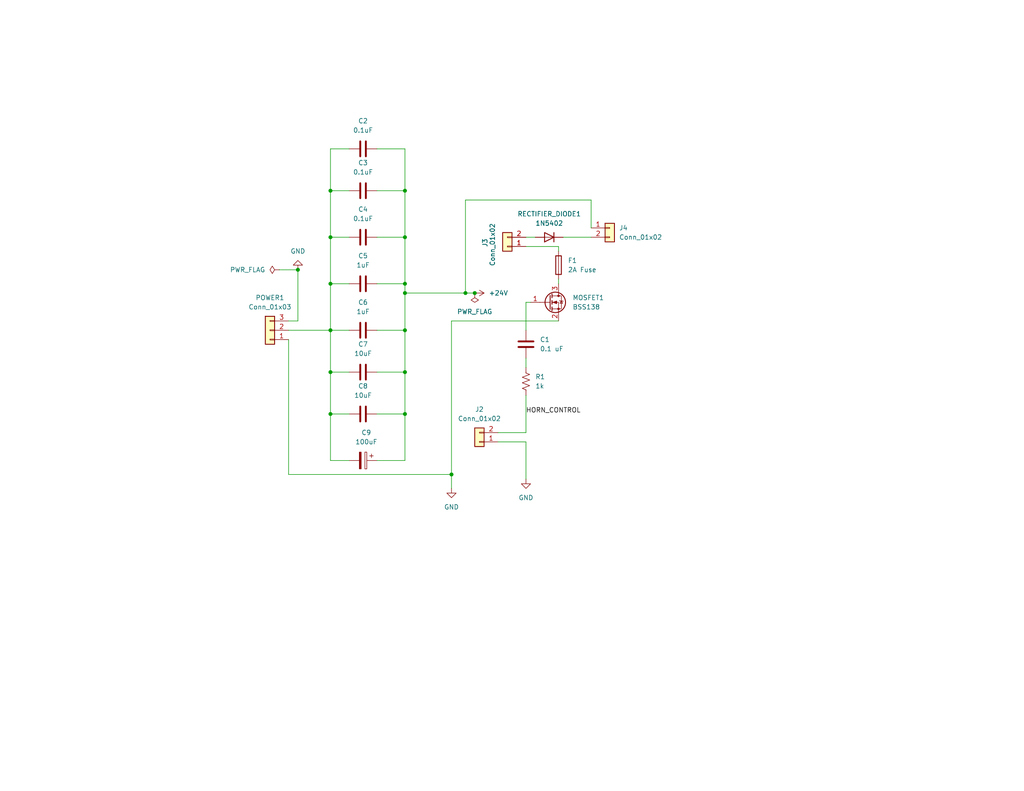
<source format=kicad_sch>
(kicad_sch (version 20231120) (generator "eeschema") (generator_version "8.0")
  (paper "USLetter")
  (title_block (title "Horns Board") (date "2024-09-13") (rev "0.0") (company "Illini Solar Car") (comment 1 "Designed By: Ben Zhao"))
  (lib_symbols
    (symbol "Conn_01x02_1" (pin_names (offset 1.016) hide)
      (property "Reference" "J" (at 0 2.54 0))
      (property "Value" "Conn_01x02" (at 0 -5.08 0))
      (symbol "Conn_01x02_1_1_1"
        (rectangle (start -1.27 -2.413) (end 0 -2.667) (stroke (width 0.1524)))
        (rectangle (start -1.27 0.127) (end 0 -0.127) (stroke (width 0.1524)))
        (rectangle (start -1.27 1.27) (end 1.27 -3.81) (stroke (width 0.254)) (fill (type background)))
        (pin passive line (at -5.08 0 0) (length 3.81) (name "Pin_1") (number "1"))
        (pin passive line (at -5.08 -2.54 0) (length 3.81) (name "Pin_2") (number "2"))
      )
    )
    (symbol "Connector_Generic:Conn_01x02" (pin_names (offset 1.016) hide)
      (property "Reference" "J" (at 0 2.54 0))
      (property "Value" "Conn_01x02" (at 0 -5.08 0))
      (symbol "Conn_01x02_1_1"
        (rectangle (start -1.27 -2.413) (end 0 -2.667) (stroke (width 0.1524)))
        (rectangle (start -1.27 0.127) (end 0 -0.127) (stroke (width 0.1524)))
        (rectangle (start -1.27 1.27) (end 1.27 -3.81) (stroke (width 0.254)) (fill (type background)))
        (pin passive line (at -5.08 0 0) (length 3.81) (name "Pin_1") (number "1"))
        (pin passive line (at -5.08 -2.54 0) (length 3.81) (name "Pin_2") (number "2"))
      )
    )
    (symbol "Connector_Generic:Conn_01x03" (pin_names (offset 1.016) hide)
      (property "Reference" "J" (at 0 5.08 0))
      (property "Value" "Conn_01x03" (at 0 -5.08 0))
      (symbol "Conn_01x03_1_1"
        (rectangle (start -1.27 -2.413) (end 0 -2.667) (stroke (width 0.1524)))
        (rectangle (start -1.27 0.127) (end 0 -0.127) (stroke (width 0.1524)))
        (rectangle (start -1.27 2.667) (end 0 2.413) (stroke (width 0.1524)))
        (rectangle (start -1.27 3.81) (end 1.27 -3.81) (stroke (width 0.254)) (fill (type background)))
        (pin passive line (at -5.08 2.54 0) (length 3.81) (name "Pin_1") (number "1"))
        (pin passive line (at -5.08 0 0) (length 3.81) (name "Pin_2") (number "2"))
        (pin passive line (at -5.08 -2.54 0) (length 3.81) (name "Pin_3") (number "3"))
      )
    )
    (symbol "Device:C" (pin_numbers hide) (pin_names (offset 0.254))
      (property "Reference" "C" (at 0.635 2.54 0))
      (property "Value" "C" (at 0.635 -2.54 0))
      (symbol "C_0_1"
        (polyline (pts (xy -2.032 -0.762) (xy 2.032 -0.762)) (stroke (width 0.508)))
        (polyline (pts (xy -2.032 0.762) (xy 2.032 0.762)) (stroke (width 0.508)))
      )
      (symbol "C_1_1"
        (pin passive line (at 0 3.81 270) (length 2.794) (name "~") (number "1"))
        (pin passive line (at 0 -3.81 90) (length 2.794) (name "~") (number "2"))
      )
    )
    (symbol "Device:C_Polarized" (pin_numbers hide) (pin_names (offset 0.254))
      (property "Reference" "C" (at 0.635 2.54 0))
      (property "Value" "C_Polarized" (at 0.635 -2.54 0))
      (symbol "C_Polarized_0_1"
        (rectangle (start -2.286 0.508) (end 2.286 1.016))
        (polyline (pts (xy -1.778 2.286) (xy -0.762 2.286)))
        (polyline (pts (xy -1.27 2.794) (xy -1.27 1.778)))
        (rectangle (start 2.286 -0.508) (end -2.286 -1.016) (fill (type outline)))
      )
      (symbol "C_Polarized_1_1"
        (pin passive line (at 0 3.81 270) (length 2.794) (name "~") (number "1"))
        (pin passive line (at 0 -3.81 90) (length 2.794) (name "~") (number "2"))
      )
    )
    (symbol "Device:Fuse" (pin_numbers hide) (pin_names (offset 0))
      (property "Reference" "F" (at 2.032 0 90))
      (property "Value" "Fuse" (at -1.905 0 90))
      (symbol "Fuse_0_1"
        (rectangle (start -0.762 -2.54) (end 0.762 2.54) (stroke (width 0.254)))
        (polyline (pts (xy 0 2.54) (xy 0 -2.54)))
      )
      (symbol "Fuse_1_1"
        (pin passive line (at 0 3.81 270) (length 1.27) (name "~") (number "1"))
        (pin passive line (at 0 -3.81 90) (length 1.27) (name "~") (number "2"))
      )
    )
    (symbol "Device:R_US" (pin_numbers hide) (pin_names (offset 0))
      (property "Reference" "R" (at 2.54 0 90))
      (property "Value" "R_US" (at -2.54 0 90))
      (symbol "R_US_0_1"
        (polyline (pts (xy 0 -2.286) (xy 0 -2.54)))
        (polyline (pts (xy 0 2.286) (xy 0 2.54)))
        (polyline (pts (xy 0 -0.762) (xy 1.016 -1.143) (xy 0 -1.524) (xy -1.016 -1.905) (xy 0 -2.286)))
        (polyline (pts (xy 0 0.762) (xy 1.016 0.381) (xy 0 0) (xy -1.016 -0.381) (xy 0 -0.762)))
        (polyline (pts (xy 0 2.286) (xy 1.016 1.905) (xy 0 1.524) (xy -1.016 1.143) (xy 0 0.762)))
      )
      (symbol "R_US_1_1"
        (pin passive line (at 0 3.81 270) (length 1.27) (name "~") (number "1"))
        (pin passive line (at 0 -3.81 90) (length 1.27) (name "~") (number "2"))
      )
    )
    (symbol "Diode:1N5402" (pin_numbers hide) (pin_names (offset 1.016) hide)
      (property "Reference" "D" (at 0 2.54 0))
      (property "Value" "1N5402" (at 0 -2.54 0))
      (symbol "1N5402_0_1"
        (polyline (pts (xy -1.27 1.27) (xy -1.27 -1.27)) (stroke (width 0.254)))
        (polyline (pts (xy 1.27 0) (xy -1.27 0)))
        (polyline (pts (xy 1.27 1.27) (xy 1.27 -1.27) (xy -1.27 0) (xy 1.27 1.27)) (stroke (width 0.254)))
      )
      (symbol "1N5402_1_1"
        (pin passive line (at -3.81 0 0) (length 2.54) (name "K") (number "1"))
        (pin passive line (at 3.81 0 180) (length 2.54) (name "A") (number "2"))
      )
    )
    (symbol "Transistor_FET:BSS138" (pin_names hide)
      (property "Reference" "Q" (at 5.08 1.905 0))
      (property "Value" "BSS138" (at 5.08 0 0))
      (symbol "BSS138_0_1"
        (polyline (pts (xy 0.254 0) (xy -2.54 0)))
        (polyline (pts (xy 0.254 1.905) (xy 0.254 -1.905)) (stroke (width 0.254)))
        (polyline (pts (xy 0.762 -1.27) (xy 0.762 -2.286)) (stroke (width 0.254)))
        (polyline (pts (xy 0.762 0.508) (xy 0.762 -0.508)) (stroke (width 0.254)))
        (polyline (pts (xy 0.762 2.286) (xy 0.762 1.27)) (stroke (width 0.254)))
        (polyline (pts (xy 2.54 2.54) (xy 2.54 1.778)))
        (polyline (pts (xy 2.54 -2.54) (xy 2.54 0) (xy 0.762 0)))
        (polyline (pts (xy 0.762 -1.778) (xy 3.302 -1.778) (xy 3.302 1.778) (xy 0.762 1.778)))
        (polyline (pts (xy 1.016 0) (xy 2.032 0.381) (xy 2.032 -0.381) (xy 1.016 0)) (fill (type outline)))
        (polyline (pts (xy 2.794 0.508) (xy 2.921 0.381) (xy 3.683 0.381) (xy 3.81 0.254)))
        (polyline (pts (xy 3.302 0.381) (xy 2.921 -0.254) (xy 3.683 -0.254) (xy 3.302 0.381)))
        (circle (center 1.651 0) (radius 2.794) (stroke (width 0.254)))
        (circle (center 2.54 -1.778) (radius 0.254) (fill (type outline)))
        (circle (center 2.54 1.778) (radius 0.254) (fill (type outline)))
      )
      (symbol "BSS138_1_1"
        (pin input line (at -5.08 0 0) (length 2.54) (name "G") (number "1"))
        (pin passive line (at 2.54 -5.08 90) (length 2.54) (name "S") (number "2"))
        (pin passive line (at 2.54 5.08 270) (length 2.54) (name "D") (number "3"))
      )
    )
    (symbol "power:+24V" (power) (pin_names (offset 0))
      (property "Value" "+24V" (at 0 3.556 0))
      (symbol "+24V_0_1"
        (polyline (pts (xy -0.762 1.27) (xy 0 2.54)))
        (polyline (pts (xy 0 0) (xy 0 2.54)))
        (polyline (pts (xy 0 2.54) (xy 0.762 1.27)))
      )
      (symbol "+24V_1_1"
        (pin power_in line (at 0 0 90) (length 0) hide (name "+24V") (number "1"))
      )
    )
    (symbol "power:GND" (power) (pin_names (offset 0))
      (property "Value" "GND" (at 0 -3.81 0))
      (symbol "GND_0_1"
        (polyline (pts (xy 0 0) (xy 0 -1.27) (xy 1.27 -1.27) (xy 0 -2.54) (xy -1.27 -1.27) (xy 0 -1.27)))
      )
      (symbol "GND_1_1"
        (pin power_in line (at 0 0 270) (length 0) hide (name "GND") (number "1"))
      )
    )
    (symbol "power:PWR_FLAG" (power) (pin_numbers hide) (pin_names (offset 0) hide)
      (property "Value" "PWR_FLAG" (at 0 3.81 0))
      (symbol "PWR_FLAG_0_0"
        (pin power_out line (at 0 0 90) (length 0) (name "pwr") (number "1"))
      )
      (symbol "PWR_FLAG_0_1"
        (polyline (pts (xy 0 0) (xy 0 1.27) (xy -1.016 1.905) (xy 0 2.54) (xy 1.016 1.905) (xy 0 1.27)))
      )
    )
  )
  (junction (at 90.17 101.6))
  (junction (at 110.49 52.07))
  (junction (at 90.17 113.03))
  (junction (at 90.17 64.77))
  (junction (at 127 80.01))
  (junction (at 129.54 80.01))
  (junction (at 90.17 90.17))
  (junction (at 110.49 101.6))
  (junction (at 110.49 64.77))
  (junction (at 81.28 73.66))
  (junction (at 110.49 90.17))
  (junction (at 90.17 52.07))
  (junction (at 110.49 80.01))
  (junction (at 110.49 77.47))
  (junction (at 123.19 129.54))
  (junction (at 110.49 113.03))
  (junction (at 90.17 77.47))
  (wire (pts (xy 78.74 90.17) (xy 90.17 90.17)))
  (wire (pts (xy 127 80.01) (xy 129.54 80.01)))
  (wire (pts (xy 152.4 68.58) (xy 152.4 67.31)))
  (wire (pts (xy 95.25 125.73) (xy 90.17 125.73)))
  (wire (pts (xy 110.49 113.03) (xy 110.49 125.73)))
  (wire (pts (xy 78.74 87.63) (xy 81.28 87.63)))
  (wire (pts (xy 90.17 52.07) (xy 90.17 64.77)))
  (wire (pts (xy 76.2 73.66) (xy 81.28 73.66)))
  (wire (pts (xy 143.51 64.77) (xy 146.05 64.77)))
  (wire (pts (xy 144.78 82.55) (xy 143.51 82.55)))
  (wire (pts (xy 143.51 120.65) (xy 143.51 130.81)))
  (wire (pts (xy 90.17 101.6) (xy 90.17 113.03)))
  (wire (pts (xy 110.49 80.01) (xy 110.49 90.17)))
  (wire (pts (xy 127 54.61) (xy 161.29 54.61)))
  (wire (pts (xy 110.49 52.07) (xy 110.49 64.77)))
  (wire (pts (xy 152.4 77.47) (xy 152.4 76.2)))
  (wire (pts (xy 161.29 54.61) (xy 161.29 62.23)))
  (wire (pts (xy 102.87 113.03) (xy 110.49 113.03)))
  (wire (pts (xy 78.74 129.54) (xy 123.19 129.54)))
  (wire (pts (xy 127 80.01) (xy 110.49 80.01)))
  (wire (pts (xy 110.49 77.47) (xy 110.49 80.01)))
  (wire (pts (xy 90.17 90.17) (xy 90.17 101.6)))
  (wire (pts (xy 90.17 113.03) (xy 95.25 113.03)))
  (wire (pts (xy 102.87 125.73) (xy 110.49 125.73)))
  (wire (pts (xy 90.17 101.6) (xy 95.25 101.6)))
  (wire (pts (xy 123.19 129.54) (xy 123.19 133.35)))
  (wire (pts (xy 135.89 118.11) (xy 143.51 118.11)))
  (wire (pts (xy 110.49 90.17) (xy 110.49 101.6)))
  (wire (pts (xy 135.89 120.65) (xy 143.51 120.65)))
  (wire (pts (xy 102.87 40.64) (xy 110.49 40.64)))
  (wire (pts (xy 123.19 87.63) (xy 123.19 129.54)))
  (wire (pts (xy 90.17 77.47) (xy 90.17 90.17)))
  (wire (pts (xy 143.51 97.79) (xy 143.51 100.33)))
  (wire (pts (xy 95.25 52.07) (xy 90.17 52.07)))
  (wire (pts (xy 127 54.61) (xy 127 80.01)))
  (wire (pts (xy 143.51 82.55) (xy 143.51 90.17)))
  (wire (pts (xy 102.87 77.47) (xy 110.49 77.47)))
  (wire (pts (xy 81.28 87.63) (xy 81.28 73.66)))
  (wire (pts (xy 102.87 101.6) (xy 110.49 101.6)))
  (wire (pts (xy 95.25 90.17) (xy 90.17 90.17)))
  (wire (pts (xy 102.87 52.07) (xy 110.49 52.07)))
  (wire (pts (xy 90.17 64.77) (xy 95.25 64.77)))
  (wire (pts (xy 102.87 64.77) (xy 110.49 64.77)))
  (wire (pts (xy 90.17 64.77) (xy 90.17 77.47)))
  (wire (pts (xy 143.51 107.95) (xy 143.51 118.11)))
  (wire (pts (xy 95.25 77.47) (xy 90.17 77.47)))
  (wire (pts (xy 78.74 92.71) (xy 78.74 129.54)))
  (wire (pts (xy 110.49 64.77) (xy 110.49 77.47)))
  (wire (pts (xy 95.25 40.64) (xy 90.17 40.64)))
  (wire (pts (xy 123.19 87.63) (xy 152.4 87.63)))
  (wire (pts (xy 102.87 90.17) (xy 110.49 90.17)))
  (wire (pts (xy 153.67 64.77) (xy 161.29 64.77)))
  (wire (pts (xy 110.49 40.64) (xy 110.49 52.07)))
  (wire (pts (xy 110.49 101.6) (xy 110.49 113.03)))
  (wire (pts (xy 143.51 67.31) (xy 152.4 67.31)))
  (wire (pts (xy 90.17 113.03) (xy 90.17 125.73)))
  (wire (pts (xy 90.17 40.64) (xy 90.17 52.07)))
  (label "HORN_CONTROL" (at 143.51 113.03 0))
  (symbol (lib_id "Device:C") (at 99.06 64.77 90) (unit 1)
    (property "Reference" "C4" (at 99.06 57.15 90))
    (property "Value" "0.1uF" (at 99.06 59.69 90))
    (property "Footprint" "Capacitor_SMD:CP_Elec_6.3x3" (effects (hide yes)))
    (property "Description" "Unpolarized capacitor" (effects (hide yes)))
  )
  (symbol (lib_id "Device:R_US") (at 143.51 104.14 0) (unit 1)
    (property "Reference" "R1" (at 146.05 102.8699 0) (effects (justify left)))
    (property "Value" "1k" (at 146.05 105.4099 0) (effects (justify left)))
    (property "Footprint" "Resistor_SMD:R_0603_1608Metric_Pad0.98x0.95mm_HandSolder" (effects (hide yes)))
    (property "Description" "Resistor, US symbol" (effects (hide yes)))
  )
  (symbol (lib_id "power:+24V") (at 129.54 80.01 270) (unit 1)
    (property "Reference" "#PWR01" (effects (hide yes)))
    (property "Value" "+24V" (at 133.35 80.0099 90) (effects (justify left)))
    (property "Description" "Power symbol creates a global label with name \"+24V\"" (effects (hide yes)))
  )
  (symbol (lib_id "Device:C") (at 99.06 101.6 90) (unit 1)
    (property "Reference" "C7" (at 99.06 93.98 90))
    (property "Value" "10uF" (at 99.06 96.52 90))
    (property "Footprint" "Capacitor_SMD:CP_Elec_6.3x3" (effects (hide yes)))
    (property "Description" "Unpolarized capacitor" (effects (hide yes)))
  )
  (symbol (lib_id "power:PWR_FLAG") (at 129.54 80.01 180) (unit 1)
    (property "Reference" "#FLG02" (effects (hide yes)))
    (property "Value" "PWR_FLAG" (at 129.54 85.09 0))
    (property "Description" "Special symbol for telling ERC where power comes from" (effects (hide yes)))
  )
  (symbol (lib_id "power:GND") (at 81.28 73.66 180) (unit 1)
    (property "Reference" "#PWR02" (effects (hide yes)))
    (property "Value" "GND" (at 81.28 68.58 0))
    (property "Description" "Power symbol creates a global label with name \"GND\" , ground" (effects (hide yes)))
  )
  (symbol (lib_id "Device:C") (at 99.06 52.07 90) (unit 1)
    (property "Reference" "C3" (at 99.06 44.45 90))
    (property "Value" "0.1uF" (at 99.06 46.99 90))
    (property "Footprint" "Capacitor_SMD:CP_Elec_6.3x3" (effects (hide yes)))
    (property "Description" "Unpolarized capacitor" (effects (hide yes)))
  )
  (symbol (lib_id "power:PWR_FLAG") (at 76.2 73.66 90) (unit 1)
    (property "Reference" "#FLG01" (effects (hide yes)))
    (property "Value" "PWR_FLAG" (at 72.39 73.6599 90) (effects (justify left)))
    (property "Description" "Special symbol for telling ERC where power comes from" (effects (hide yes)))
  )
  (symbol (lib_id "power:GND") (at 143.51 130.81 0) (unit 1)
    (property "Reference" "#PWR04" (effects (hide yes)))
    (property "Value" "GND" (at 143.51 135.89 0))
    (property "Description" "Power symbol creates a global label with name \"GND\" , ground" (effects (hide yes)))
  )
  (symbol (lib_id "Connector_Generic:Conn_01x02") (at 130.81 120.65 180) (unit 1)
    (property "Reference" "J2" (at 130.81 111.76 0))
    (property "Value" "Conn_01x02" (at 130.81 114.3 0))
    (property "Footprint" "Connector_Molex:Molex_KK-254_AE-6410-02A_1x02_P2.54mm_Vertical" (effects (hide yes)))
    (property "Description" "Generic connector, single row, 01x02, script generated (kicad-library-utils/schlib/autogen/connector/)" (effects (hide yes)))
  )
  (symbol (lib_id "Transistor_FET:BSS138") (at 149.86 82.55 0) (unit 1)
    (property "Reference" "MOSFET1" (at 156.21 81.2799 0) (effects (justify left)))
    (property "Value" "BSS138" (at 156.21 83.8199 0) (effects (justify left)))
    (property "Footprint" "Package_TO_SOT_SMD:SOT-23" (effects (hide yes)))
    (property "Datasheet" "https://www.onsemi.com/pub/Collateral/BSS138-D.PDF" (effects (hide yes)))
    (property "Description" "50V Vds, 0.22A Id, N-Channel MOSFET, SOT-23" (effects (hide yes)))
  )
  (symbol (lib_id "Connector_Generic:Conn_01x02") (at 138.43 67.31 180) (unit 1)
    (property "Reference" "J3" (at 132.334 66.294 90))
    (property "Value" "Conn_01x02" (at 134.366 66.802 90))
    (property "Footprint" "Connector_Molex:Molex_KK-254_AE-6410-02A_1x02_P2.54mm_Vertical" (effects (hide yes)))
    (property "Description" "Generic connector, single row, 01x02, script generated (kicad-library-utils/schlib/autogen/connector/)" (effects (hide yes)))
  )
  (symbol (lib_id "Device:C") (at 99.06 77.47 90) (unit 1)
    (property "Reference" "C5" (at 99.06 69.85 90))
    (property "Value" "1uF" (at 99.06 72.39 90))
    (property "Footprint" "Capacitor_SMD:CP_Elec_6.3x3" (effects (hide yes)))
    (property "Description" "Unpolarized capacitor" (effects (hide yes)))
  )
  (symbol (lib_name "Conn_01x02_1") (lib_id "Connector_Generic:Conn_01x02") (at 166.37 62.23 0) (unit 1)
    (property "Reference" "J4" (at 168.91 62.2299 0) (effects (justify left)))
    (property "Value" "Conn_01x02" (at 168.91 64.7699 0) (effects (justify left)))
    (property "Footprint" "Connector_Molex:Molex_KK-254_AE-6410-02A_1x02_P2.54mm_Vertical" (effects (hide yes)))
    (property "Description" "Generic connector, single row, 01x02, script generated (kicad-library-utils/schlib/autogen/connector/)" (effects (hide yes)))
  )
  (symbol (lib_id "Connector_Generic:Conn_01x03") (at 73.66 90.17 180) (unit 1)
    (property "Reference" "POWER1" (at 73.66 81.28 0))
    (property "Value" "Conn_01x03" (at 73.66 83.82 0))
    (property "Footprint" "Connector_Molex:Molex_KK-254_AE-6410-03A_1x03_P2.54mm_Vertical" (effects (hide yes)))
    (property "Description" "Generic connector, single row, 01x03, script generated (kicad-library-utils/schlib/autogen/connector/)" (effects (hide yes)))
  )
  (symbol (lib_id "Device:C") (at 99.06 113.03 90) (unit 1)
    (property "Reference" "C8" (at 99.06 105.41 90))
    (property "Value" "10uF" (at 99.06 107.95 90))
    (property "Footprint" "Capacitor_SMD:CP_Elec_6.3x3" (effects (hide yes)))
    (property "Description" "Unpolarized capacitor" (effects (hide yes)))
  )
  (symbol (lib_id "Device:C") (at 99.06 40.64 90) (unit 1)
    (property "Reference" "C2" (at 99.06 33.02 90))
    (property "Value" "0.1uF" (at 99.06 35.56 90))
    (property "Footprint" "Capacitor_SMD:CP_Elec_6.3x3" (effects (hide yes)))
    (property "Description" "Unpolarized capacitor" (effects (hide yes)))
  )
  (symbol (lib_id "Device:C_Polarized") (at 99.06 125.73 270) (unit 1)
    (property "Reference" "C9" (at 99.949 118.11 90))
    (property "Value" "100uF" (at 99.949 120.65 90))
    (property "Footprint" "Capacitor_SMD:CP_Elec_6.3x3" (effects (hide yes)))
    (property "Description" "Polarized capacitor" (effects (hide yes)))
  )
  (symbol (lib_id "Device:Fuse") (at 152.4 72.39 0) (unit 1)
    (property "Reference" "F1" (at 154.94 71.1199 0) (effects (justify left)))
    (property "Value" "2A Fuse" (at 154.94 73.6599 0) (effects (justify left)))
    (property "Footprint" "Fuse:Fuse_0402_1005Metric_Pad0.77x0.64mm_HandSolder" (effects (hide yes)))
    (property "Description" "Fuse" (effects (hide yes)))
  )
  (symbol (lib_id "Diode:1N5402") (at 149.86 64.77 180) (unit 1)
    (property "Reference" "RECTIFIER_DIODE1" (at 149.86 58.42 0))
    (property "Value" "1N5402" (at 149.86 60.96 0))
    (property "Footprint" "Diode_THT:D_DO-201AD_P15.24mm_Horizontal" (effects (hide yes)))
    (property "Datasheet" "http://www.vishay.com/docs/88516/1n5400.pdf" (effects (hide yes)))
    (property "Description" "200V 3A General Purpose Rectifier Diode, DO-201AD" (effects (hide yes)))
    (property "MPN" "1N5402" (effects (hide yes)))
  )
  (symbol (lib_id "power:GND") (at 123.19 133.35 0) (unit 1)
    (property "Reference" "#PWR03" (effects (hide yes)))
    (property "Value" "GND" (at 123.19 138.43 0))
    (property "Description" "Power symbol creates a global label with name \"GND\" , ground" (effects (hide yes)))
  )
  (symbol (lib_id "Device:C") (at 99.06 90.17 90) (unit 1)
    (property "Reference" "C6" (at 99.06 82.55 90))
    (property "Value" "1uF" (at 99.06 85.09 90))
    (property "Footprint" "Capacitor_SMD:CP_Elec_6.3x3" (effects (hide yes)))
    (property "Description" "Unpolarized capacitor" (effects (hide yes)))
  )
  (symbol (lib_id "Device:C") (at 143.51 93.98 0) (unit 1)
    (property "Reference" "C1" (at 147.32 92.7099 0) (effects (justify left)))
    (property "Value" "0.1 uF" (at 147.32 95.2499 0) (effects (justify left)))
    (property "Footprint" "Capacitor_SMD:CP_Elec_6.3x3" (effects (hide yes)))
    (property "Description" "Unpolarized capacitor" (effects (hide yes)))
  )
)
</source>
